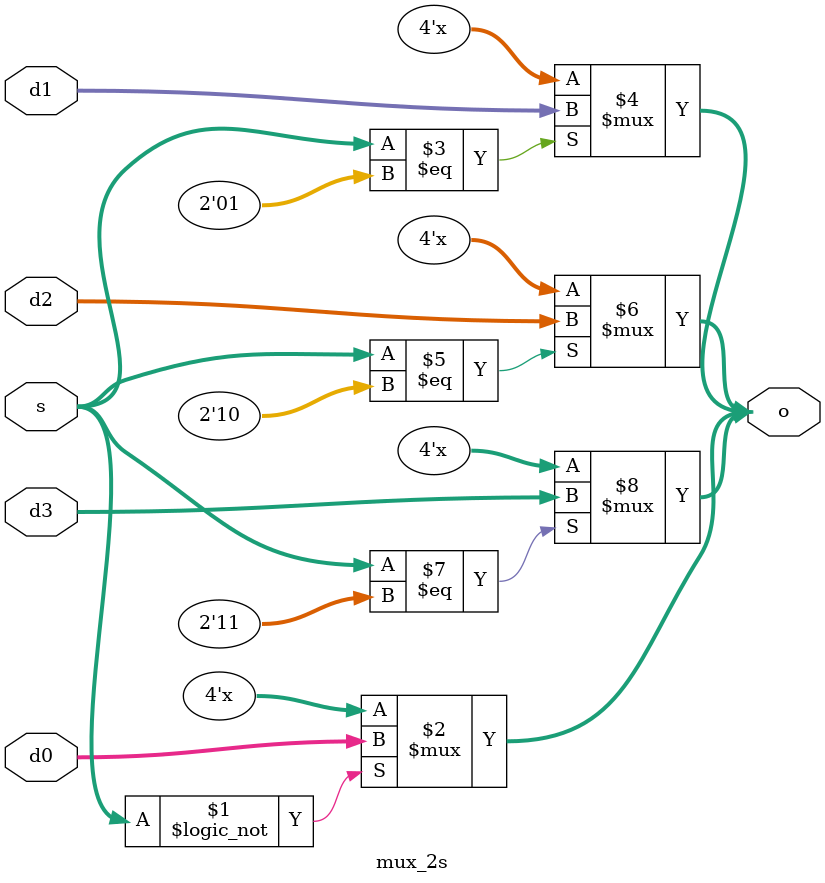
<source format=v>
module mux_2s #(
  parameter w = 4
)(
  input [w-1:0] d0, d1, d2, d3,
  input [1:0] s,
  output reg [w-1:0] o
);

assign o = (s == 2'b00) ? d0 : {w{1'bz}};
assign o = (s == 2'b01) ? d1 : {w{1'bz}};
assign o = (s == 2'b10) ? d2 : {w{1'bz}};
assign o = (s == 2'b11) ? d3 : {w{1'bz}};
  
endmodule
</source>
